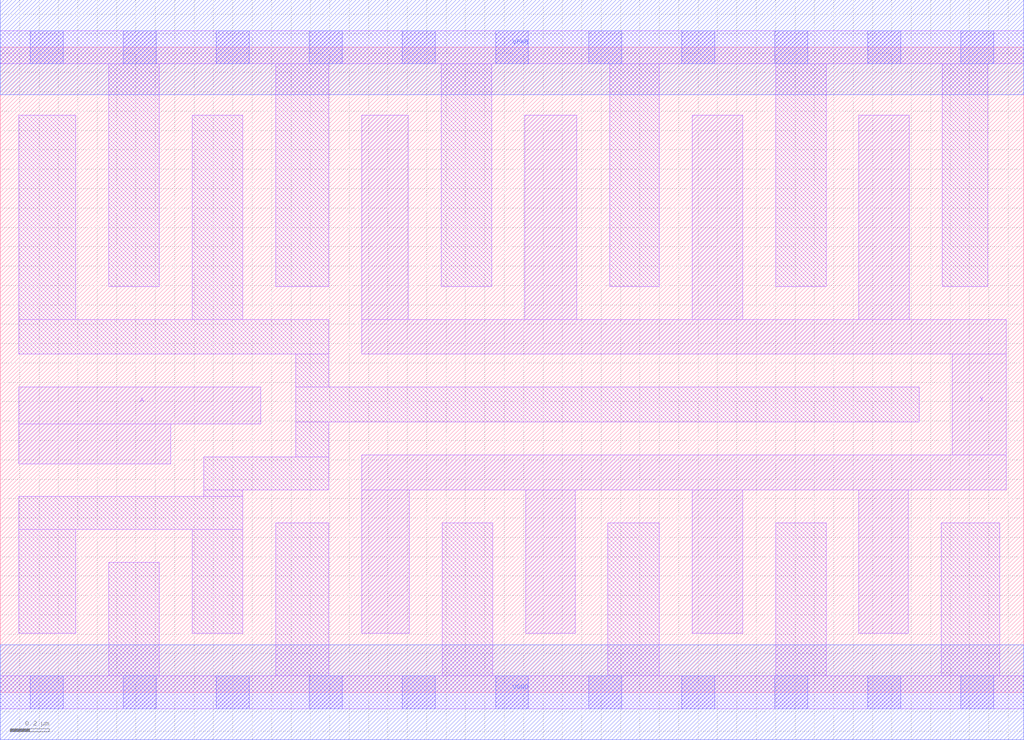
<source format=lef>
# Copyright 2020 The SkyWater PDK Authors
#
# Licensed under the Apache License, Version 2.0 (the "License");
# you may not use this file except in compliance with the License.
# You may obtain a copy of the License at
#
#     https://www.apache.org/licenses/LICENSE-2.0
#
# Unless required by applicable law or agreed to in writing, software
# distributed under the License is distributed on an "AS IS" BASIS,
# WITHOUT WARRANTIES OR CONDITIONS OF ANY KIND, either express or implied.
# See the License for the specific language governing permissions and
# limitations under the License.
#
# SPDX-License-Identifier: Apache-2.0

VERSION 5.7 ;
  NOWIREEXTENSIONATPIN ON ;
  DIVIDERCHAR "/" ;
  BUSBITCHARS "[]" ;
UNITS
  DATABASE MICRONS 200 ;
END UNITS
MACRO sky130_fd_sc_lp__buf_8
  CLASS CORE ;
  FOREIGN sky130_fd_sc_lp__buf_8 ;
  ORIGIN  0.000000  0.000000 ;
  SIZE  5.280000 BY  3.330000 ;
  SYMMETRY X Y R90 ;
  SITE unit ;
  PIN A
    ANTENNAGATEAREA  0.945000 ;
    DIRECTION INPUT ;
    USE SIGNAL ;
    PORT
      LAYER li1 ;
        RECT 0.095000 1.180000 0.880000 1.385000 ;
        RECT 0.095000 1.385000 1.345000 1.575000 ;
    END
  END A
  PIN X
    ANTENNADIFFAREA  2.352000 ;
    DIRECTION OUTPUT ;
    USE SIGNAL ;
    PORT
      LAYER li1 ;
        RECT 1.865000 0.305000 2.110000 1.045000 ;
        RECT 1.865000 1.045000 5.190000 1.225000 ;
        RECT 1.865000 1.745000 5.190000 1.925000 ;
        RECT 1.865000 1.925000 2.105000 2.980000 ;
        RECT 2.705000 1.925000 2.975000 2.980000 ;
        RECT 2.710000 0.305000 2.965000 1.045000 ;
        RECT 3.570000 0.305000 3.830000 1.045000 ;
        RECT 3.570000 1.925000 3.830000 2.980000 ;
        RECT 4.430000 0.305000 4.685000 1.045000 ;
        RECT 4.430000 1.925000 4.690000 2.980000 ;
        RECT 4.910000 1.225000 5.190000 1.745000 ;
    END
  END X
  PIN VGND
    DIRECTION INOUT ;
    USE GROUND ;
    PORT
      LAYER met1 ;
        RECT 0.000000 -0.245000 5.280000 0.245000 ;
    END
  END VGND
  PIN VPWR
    DIRECTION INOUT ;
    USE POWER ;
    PORT
      LAYER met1 ;
        RECT 0.000000 3.085000 5.280000 3.575000 ;
    END
  END VPWR
  OBS
    LAYER li1 ;
      RECT 0.000000 -0.085000 5.280000 0.085000 ;
      RECT 0.000000  3.245000 5.280000 3.415000 ;
      RECT 0.095000  0.305000 0.390000 0.840000 ;
      RECT 0.095000  0.840000 1.250000 1.010000 ;
      RECT 0.095000  1.745000 1.695000 1.925000 ;
      RECT 0.095000  1.925000 0.390000 2.980000 ;
      RECT 0.560000  0.085000 0.820000 0.670000 ;
      RECT 0.560000  2.095000 0.820000 3.245000 ;
      RECT 0.990000  0.305000 1.250000 0.840000 ;
      RECT 0.990000  1.925000 1.250000 2.980000 ;
      RECT 1.050000  1.010000 1.250000 1.045000 ;
      RECT 1.050000  1.045000 1.695000 1.215000 ;
      RECT 1.420000  0.085000 1.695000 0.875000 ;
      RECT 1.420000  2.095000 1.695000 3.245000 ;
      RECT 1.525000  1.215000 1.695000 1.395000 ;
      RECT 1.525000  1.395000 4.740000 1.575000 ;
      RECT 1.525000  1.575000 1.695000 1.745000 ;
      RECT 2.275000  2.095000 2.535000 3.245000 ;
      RECT 2.280000  0.085000 2.540000 0.875000 ;
      RECT 3.135000  0.085000 3.400000 0.875000 ;
      RECT 3.145000  2.095000 3.400000 3.245000 ;
      RECT 4.000000  0.085000 4.260000 0.875000 ;
      RECT 4.000000  2.095000 4.260000 3.245000 ;
      RECT 4.855000  0.085000 5.155000 0.875000 ;
      RECT 4.860000  2.095000 5.095000 3.245000 ;
    LAYER mcon ;
      RECT 0.155000 -0.085000 0.325000 0.085000 ;
      RECT 0.155000  3.245000 0.325000 3.415000 ;
      RECT 0.635000 -0.085000 0.805000 0.085000 ;
      RECT 0.635000  3.245000 0.805000 3.415000 ;
      RECT 1.115000 -0.085000 1.285000 0.085000 ;
      RECT 1.115000  3.245000 1.285000 3.415000 ;
      RECT 1.595000 -0.085000 1.765000 0.085000 ;
      RECT 1.595000  3.245000 1.765000 3.415000 ;
      RECT 2.075000 -0.085000 2.245000 0.085000 ;
      RECT 2.075000  3.245000 2.245000 3.415000 ;
      RECT 2.555000 -0.085000 2.725000 0.085000 ;
      RECT 2.555000  3.245000 2.725000 3.415000 ;
      RECT 3.035000 -0.085000 3.205000 0.085000 ;
      RECT 3.035000  3.245000 3.205000 3.415000 ;
      RECT 3.515000 -0.085000 3.685000 0.085000 ;
      RECT 3.515000  3.245000 3.685000 3.415000 ;
      RECT 3.995000 -0.085000 4.165000 0.085000 ;
      RECT 3.995000  3.245000 4.165000 3.415000 ;
      RECT 4.475000 -0.085000 4.645000 0.085000 ;
      RECT 4.475000  3.245000 4.645000 3.415000 ;
      RECT 4.955000 -0.085000 5.125000 0.085000 ;
      RECT 4.955000  3.245000 5.125000 3.415000 ;
  END
END sky130_fd_sc_lp__buf_8
END LIBRARY

</source>
